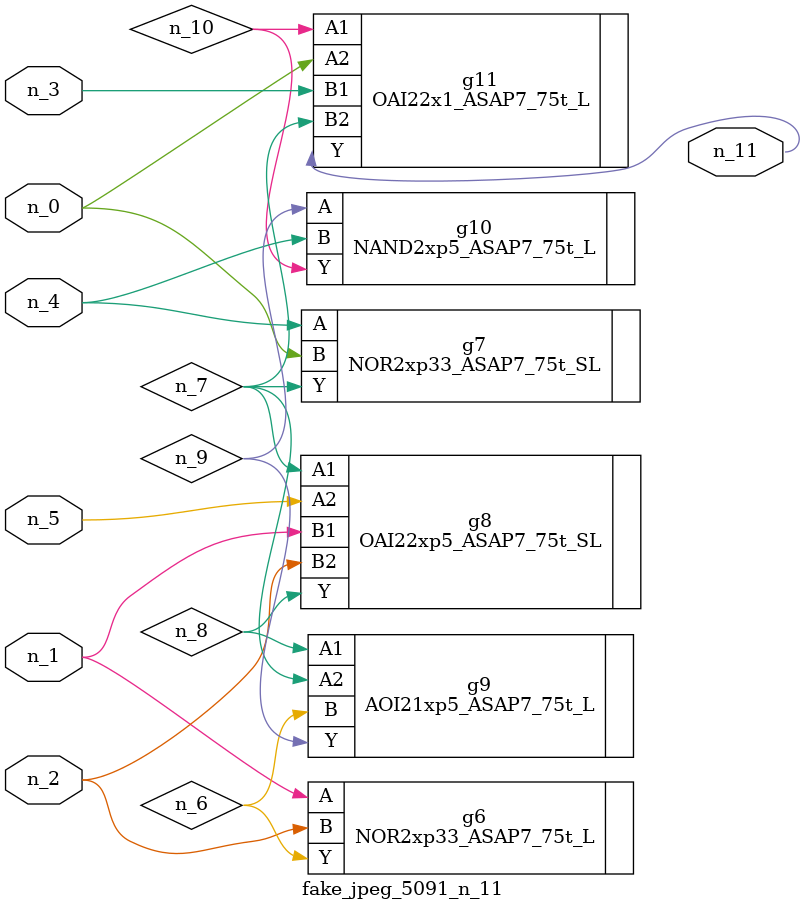
<source format=v>
module fake_jpeg_5091_n_11 (n_3, n_2, n_1, n_0, n_4, n_5, n_11);

input n_3;
input n_2;
input n_1;
input n_0;
input n_4;
input n_5;

output n_11;

wire n_10;
wire n_8;
wire n_9;
wire n_6;
wire n_7;

NOR2xp33_ASAP7_75t_L g6 ( 
.A(n_1),
.B(n_2),
.Y(n_6)
);

NOR2xp33_ASAP7_75t_SL g7 ( 
.A(n_4),
.B(n_0),
.Y(n_7)
);

OAI22xp5_ASAP7_75t_SL g8 ( 
.A1(n_7),
.A2(n_5),
.B1(n_1),
.B2(n_2),
.Y(n_8)
);

AOI21xp5_ASAP7_75t_L g9 ( 
.A1(n_8),
.A2(n_7),
.B(n_6),
.Y(n_9)
);

NAND2xp5_ASAP7_75t_L g10 ( 
.A(n_9),
.B(n_4),
.Y(n_10)
);

OAI22x1_ASAP7_75t_L g11 ( 
.A1(n_10),
.A2(n_0),
.B1(n_3),
.B2(n_7),
.Y(n_11)
);


endmodule
</source>
